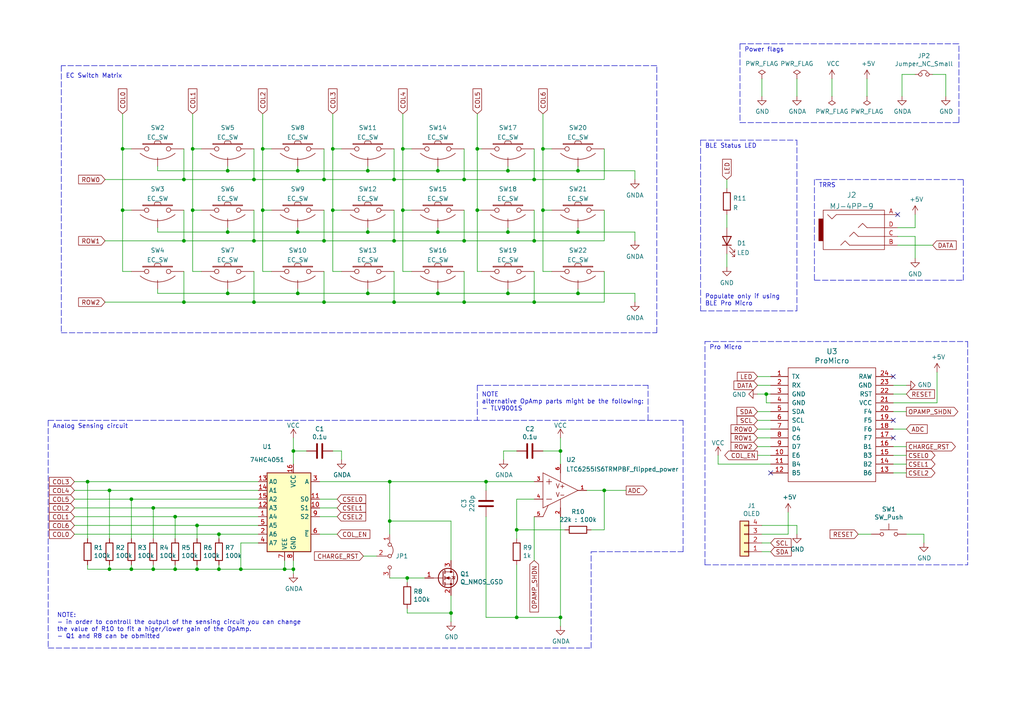
<source format=kicad_sch>
(kicad_sch (version 20211123) (generator eeschema)
  (paper "A4")
  (title_block (title "Corne EC Revival") (date "2022-01-28") (rev "1.0") (comment 1 "Copyright © 2021 Cipulot") (comment 2 "MIT License"))
  (lib_symbols
    (symbol "74xx:74HC4051"
      (property "Reference" "U" (at -5.08 11.43 0))
      (property "Value" "74HC4051" (at -7.62 -13.97 0))
      (symbol "74HC4051_1_1"
        (pin passive line (at 10.16 -2.54 180) (length 2.54) (name "A4") (number "1"))
        (pin input line (at -7.62 0 0) (length 2.54) (name "S1") (number "10"))
        (pin input line (at -7.62 2.54 0) (length 2.54) (name "S0") (number "11"))
        (pin passive line (at 10.16 0 180) (length 2.54) (name "A3") (number "12"))
        (pin passive line (at 10.16 7.62 180) (length 2.54) (name "A0") (number "13"))
        (pin passive line (at 10.16 5.08 180) (length 2.54) (name "A1") (number "14"))
        (pin passive line (at 10.16 2.54 180) (length 2.54) (name "A2") (number "15"))
        (pin power_in line (at 0 12.7 270) (length 2.54) (name "VCC") (number "16"))
        (pin passive line (at 10.16 -7.62 180) (length 2.54) (name "A6") (number "2"))
        (pin passive line (at -7.62 7.62 0) (length 2.54) (name "A") (number "3"))
        (pin passive line (at 10.16 -10.16 180) (length 2.54) (name "A7") (number "4"))
        (pin passive line (at 10.16 -5.08 180) (length 2.54) (name "A5") (number "5"))
        (pin input line (at -7.62 -7.62 0) (length 2.54) (name "~{E}") (number "6"))
        (pin power_in line (at 2.54 -15.24 90) (length 2.54) (name "VEE") (number "7"))
        (pin power_in line (at 0 -15.24 90) (length 2.54) (name "GND") (number "8"))
        (pin input line (at -7.62 -2.54 0) (length 2.54) (name "S2") (number "9"))
      )
    )
    (symbol "Connector_Generic:Conn_01x04" (pin_names (offset 1.016) hide)
      (property "Reference" "J" (at 0 5.08 0))
      (property "Value" "Conn_01x04" (at 0 -7.62 0))
      (symbol "Conn_01x04_1_1"
        (pin passive line (at -5.08 2.54 0) (length 3.81) (name "Pin_1") (number "1"))
        (pin passive line (at -5.08 0 0) (length 3.81) (name "Pin_2") (number "2"))
        (pin passive line (at -5.08 -2.54 0) (length 3.81) (name "Pin_3") (number "3"))
        (pin passive line (at -5.08 -5.08 0) (length 3.81) (name "Pin_4") (number "4"))
      )
    )
    (symbol "Device:C" (pin_numbers hide) (pin_names (offset 0.254))
      (property "Reference" "C" (at 0.635 2.54 0))
      (property "Value" "C" (at 0.635 -2.54 0))
      (symbol "C_1_1"
        (pin passive line (at 0 3.81 270) (length 2.794) (name "~") (number "1"))
        (pin passive line (at 0 -3.81 90) (length 2.794) (name "~") (number "2"))
      )
    )
    (symbol "Device:Jumper_NC_Small" (pin_numbers hide) (pin_names (offset 0.762) hide)
      (property "Reference" "JP" (at 0 2.032 0))
      (property "Value" "Device_Jumper_NC_Small" (at 0.254 -1.524 0))
      (symbol "Jumper_NC_Small_0_1"
        (pin passive line (at -2.54 0 0) (length 1.016) (name "1") (number "1"))
        (pin passive line (at 2.54 0 180) (length 1.016) (name "2") (number "2"))
      )
    )
    (symbol "Device:LED" (pin_numbers hide) (pin_names (offset 1.016) hide)
      (property "Reference" "D" (at 0 2.54 0))
      (property "Value" "LED" (at 0 -2.54 0))
      (symbol "LED_1_1"
        (pin passive line (at -3.81 0 0) (length 2.54) (name "K") (number "1"))
        (pin passive line (at 3.81 0 180) (length 2.54) (name "A") (number "2"))
      )
    )
    (symbol "Device:Q_NMOS_GSD" (pin_names (offset 0) hide)
      (property "Reference" "Q" (at 5.08 1.27 0))
      (property "Value" "Q_NMOS_GSD" (at 5.08 -1.27 0))
      (symbol "Q_NMOS_GSD_1_1"
        (pin input line (at -5.08 0 0) (length 2.54) (name "G") (number "1"))
        (pin passive line (at 2.54 -5.08 90) (length 2.54) (name "S") (number "2"))
        (pin passive line (at 2.54 5.08 270) (length 2.54) (name "D") (number "3"))
      )
    )
    (symbol "Device:R" (pin_numbers hide) (pin_names (offset 0))
      (property "Reference" "R" (at 2.032 0 90))
      (property "Value" "R" (at 0 0 90))
      (symbol "R_1_1"
        (pin passive line (at 0 3.81 270) (length 1.27) (name "~") (number "1"))
        (pin passive line (at 0 -3.81 90) (length 1.27) (name "~") (number "2"))
      )
    )
    (symbol "Jumper:Jumper_3_Bridged12" (pin_names (offset 0) hide)
      (property "Reference" "JP" (at -2.54 -2.54 0))
      (property "Value" "Jumper_3_Bridged12" (at 0 2.794 0))
      (symbol "Jumper_3_Bridged12_1_1"
        (pin passive line (at -6.35 0 0) (length 2.54) (name "A") (number "1"))
        (pin input line (at 0 -3.81 90) (length 2.54) (name "C") (number "2"))
        (pin passive line (at 6.35 0 180) (length 2.54) (name "B") (number "3"))
      )
    )
    (symbol "Switch:SW_Push" (pin_numbers hide) (pin_names (offset 1.016) hide)
      (property "Reference" "SW" (at 1.27 2.54 0))
      (property "Value" "SW_Push" (at 0 -1.524 0))
      (symbol "SW_Push_0_1"
        (pin passive line (at -5.08 0 0) (length 2.54) (name "1") (number "1"))
        (pin passive line (at 5.08 0 180) (length 2.54) (name "2") (number "2"))
      )
    )
    (symbol "cipulot_parts:EC_SW" (pin_numbers hide) (pin_names (offset 1.016) hide)
      (property "Reference" "SW" (at 3.81 2.794 0))
      (property "Value" "EC_SW" (at -3.81 3.81 0))
      (symbol "EC_SW_0_1"
        (pin passive inverted (at -7.62 0 0) (length 5.08) (name "1") (number "1"))
        (pin passive inverted (at 7.62 0 180) (length 5.08) (name "2") (number "2"))
      )
      (symbol "EC_SW_1_1"
        (pin input line (at 0 -5.08 90) (length 2.54) (name "SG") (number "3"))
      )
    )
    (symbol "cipulot_parts:LTC6255IS6TRMPBF_flipped_power" (pin_names (offset 1.016))
      (property "Reference" "U" (at 0 2.54 0))
      (property "Value" "LTC6255IS6TRMPBF_flipped_power" (at 0 5.08 0))
      (symbol "LTC6255IS6TRMPBF_flipped_power_0_0"
        (text "V+" (at 10.16 -8.89 0) (effects (font (size 1.27 1.27))))
        (text "V-" (at 10.16 -6.35 0) (effects (font (size 1.27 1.27))))
      )
      (symbol "LTC6255IS6TRMPBF_flipped_power_1_1"
        (pin unspecified line (at 17.78 -7.62 180) (length 2.54) (name "OUT") (number "1"))
        (pin power_in line (at 10.16 0 270) (length 2.54) (name "V-") (number "2"))
        (pin input line (at 2.54 -10.16 0) (length 2.54) (name "+IN") (number "3"))
        (pin input line (at 2.54 -5.08 0) (length 2.54) (name "-IN") (number "4"))
        (pin input line (at 2.54 0 0) (length 2.54) (name "~{SHDN}") (number "5"))
        (pin power_in line (at 10.16 -15.24 90) (length 2.54) (name "V+") (number "6"))
      )
    )
    (symbol "cipulot_parts:MJ-4PP-9" (pin_names (offset 1.016))
      (property "Reference" "J" (at -8.89 -7.62 0))
      (property "Value" "MJ-4PP-9" (at -3.81 6.35 0))
      (symbol "MJ-4PP-9_1_1"
        (pin passive line (at 11.43 3.81 180) (length 3.81) (name "~") (number "A"))
        (pin passive line (at 11.43 -5.08 180) (length 3.81) (name "~") (number "B"))
        (pin passive line (at 11.43 -2.54 180) (length 3.81) (name "~") (number "C"))
        (pin passive line (at 11.43 0 180) (length 3.81) (name "~") (number "D"))
      )
    )
    (symbol "power:+5V" (power) (pin_names (offset 0))
      (property "Value" "+5V" (at 0 3.556 0))
      (symbol "+5V_1_1"
        (pin power_in line (at 0 0 90) (length 0) hide (name "+5V") (number "1"))
      )
    )
    (symbol "power:GND" (power) (pin_names (offset 0))
      (property "Value" "GND" (at 0 -3.81 0))
      (symbol "GND_1_1"
        (pin power_in line (at 0 0 270) (length 0) hide (name "GND") (number "1"))
      )
    )
    (symbol "power:GNDA" (power) (pin_names (offset 0))
      (property "Value" "GNDA" (at 0 -3.81 0))
      (symbol "GNDA_1_1"
        (pin power_in line (at 0 0 270) (length 0) hide (name "GNDA") (number "1"))
      )
    )
    (symbol "power:PWR_FLAG" (power) (pin_numbers hide) (pin_names (offset 0) hide)
      (property "Value" "PWR_FLAG" (at 0 3.81 0))
      (symbol "PWR_FLAG_0_0"
        (pin power_out line (at 0 0 90) (length 0) (name "pwr") (number "1"))
      )
    )
    (symbol "power:VCC" (power) (pin_names (offset 0))
      (property "Value" "VCC" (at 0 3.81 0))
      (symbol "VCC_1_1"
        (pin power_in line (at 0 0 90) (length 0) hide (name "VCC") (number "1"))
      )
    )
    (symbol "promicro:ProMicro" (pin_names (offset 1.016))
      (property "Reference" "U" (at 0 24.13 0))
      (property "Value" "promicro_ProMicro" (at 0 -13.97 0))
      (symbol "ProMicro_1_1"
        (pin bidirectional line (at -17.78 19.05 0) (length 5.08) (name "TX") (number "1"))
        (pin bidirectional line (at -17.78 -3.81 0) (length 5.08) (name "E6") (number "10"))
        (pin bidirectional line (at -17.78 -6.35 0) (length 5.08) (name "B4") (number "11"))
        (pin bidirectional line (at -17.78 -8.89 0) (length 5.08) (name "B5") (number "12"))
        (pin bidirectional line (at 17.78 -8.89 180) (length 5.08) (name "B6") (number "13"))
        (pin bidirectional line (at 17.78 -6.35 180) (length 5.08) (name "B2") (number "14"))
        (pin bidirectional line (at 17.78 -3.81 180) (length 5.08) (name "B3") (number "15"))
        (pin bidirectional line (at 17.78 -1.27 180) (length 5.08) (name "B1") (number "16"))
        (pin bidirectional line (at 17.78 1.27 180) (length 5.08) (name "F7") (number "17"))
        (pin bidirectional line (at 17.78 3.81 180) (length 5.08) (name "F6") (number "18"))
        (pin bidirectional line (at 17.78 6.35 180) (length 5.08) (name "F5") (number "19"))
        (pin bidirectional line (at -17.78 16.51 0) (length 5.08) (name "RX") (number "2"))
        (pin bidirectional line (at 17.78 8.89 180) (length 5.08) (name "F4") (number "20"))
        (pin power_in line (at 17.78 11.43 180) (length 5.08) (name "VCC") (number "21"))
        (pin input line (at 17.78 13.97 180) (length 5.08) (name "RST") (number "22"))
        (pin power_in line (at 17.78 16.51 180) (length 5.08) (name "GND") (number "23"))
        (pin power_out line (at 17.78 19.05 180) (length 5.08) (name "RAW") (number "24"))
        (pin power_in line (at -17.78 13.97 0) (length 5.08) (name "GND") (number "3"))
        (pin power_in line (at -17.78 11.43 0) (length 5.08) (name "GND") (number "4"))
        (pin bidirectional line (at -17.78 8.89 0) (length 5.08) (name "SDA") (number "5"))
        (pin bidirectional line (at -17.78 6.35 0) (length 5.08) (name "SCL") (number "6"))
        (pin bidirectional line (at -17.78 3.81 0) (length 5.08) (name "D4") (number "7"))
        (pin bidirectional line (at -17.78 1.27 0) (length 5.08) (name "C6") (number "8"))
        (pin bidirectional line (at -17.78 -1.27 0) (length 5.08) (name "D7") (number "9"))
      )
    )
  )
  (junction (at 57.15 152.4))
  (junction (at 147.32 49.53))
  (junction (at 167.64 85.09))
  (junction (at 44.45 147.32))
  (junction (at 50.8 165.1))
  (junction (at 44.45 165.1))
  (junction (at 76.2 43.18))
  (junction (at 63.5 154.94))
  (junction (at 127 49.53))
  (junction (at 147.32 85.09))
  (junction (at 35.56 43.18))
  (junction (at 149.86 153.67))
  (junction (at 66.04 85.09))
  (junction (at 127 85.09))
  (junction (at 35.56 60.96))
  (junction (at 69.85 165.1))
  (junction (at 140.97 139.7))
  (junction (at 106.68 67.31))
  (junction (at 157.48 43.18))
  (junction (at 113.03 151.13))
  (junction (at 130.81 177.8))
  (junction (at 25.4 139.7))
  (junction (at 93.98 87.63))
  (junction (at 66.04 49.53))
  (junction (at 73.66 52.07))
  (junction (at 138.43 60.96))
  (junction (at 134.62 52.07))
  (junction (at 116.84 43.18))
  (junction (at 116.84 60.96))
  (junction (at 31.75 142.24))
  (junction (at 53.34 69.85))
  (junction (at 118.11 167.64))
  (junction (at 147.32 67.31))
  (junction (at 157.48 60.96))
  (junction (at 50.8 149.86))
  (junction (at 73.66 69.85))
  (junction (at 57.15 165.1))
  (junction (at 162.56 179.07))
  (junction (at 106.68 85.09))
  (junction (at 85.09 130.81))
  (junction (at 63.5 165.1))
  (junction (at 114.3 87.63))
  (junction (at 53.34 52.07))
  (junction (at 167.64 49.53))
  (junction (at 93.98 69.85))
  (junction (at 86.36 67.31))
  (junction (at 55.88 60.96))
  (junction (at 149.86 179.07))
  (junction (at 53.34 87.63))
  (junction (at 31.75 165.1))
  (junction (at 167.64 67.31))
  (junction (at 222.25 114.3))
  (junction (at 106.68 49.53))
  (junction (at 93.98 52.07))
  (junction (at 154.94 69.85))
  (junction (at 85.09 165.1))
  (junction (at 138.43 43.18))
  (junction (at 134.62 87.63))
  (junction (at 154.94 52.07))
  (junction (at 66.04 67.31))
  (junction (at 154.94 87.63))
  (junction (at 82.55 165.1))
  (junction (at 114.3 69.85))
  (junction (at 73.66 87.63))
  (junction (at 114.3 52.07))
  (junction (at 38.1 165.1))
  (junction (at 76.2 60.96))
  (junction (at 55.88 43.18))
  (junction (at 175.26 142.24))
  (junction (at 134.62 69.85))
  (junction (at 162.56 130.81))
  (junction (at 113.03 139.7))
  (junction (at 96.52 60.96))
  (junction (at 86.36 49.53))
  (junction (at 96.52 43.18))
  (junction (at 38.1 144.78))
  (junction (at 86.36 85.09))
  (junction (at 127 67.31))
  (no_connect (at 259.08 121.92))
  (no_connect (at 260.35 62.23))
  (no_connect (at 259.08 127))
  (no_connect (at 223.52 137.16))
  (no_connect (at 259.08 109.22))
  (wire (pts (xy 220.98 160.02) (xy 223.52 160.02)))
  (wire (pts (xy 210.82 62.23) (xy 210.82 66.04)))
  (wire (pts (xy 130.81 177.8) (xy 130.81 180.34)))
  (wire (pts (xy 222.25 116.84) (xy 222.25 114.3)))
  (wire (pts (xy 57.15 165.1) (xy 63.5 165.1)))
  (polyline (pts (xy 203.2 40.64) (xy 231.14 40.64)))
  (wire (pts (xy 93.98 87.63) (xy 73.66 87.63)))
  (wire (pts (xy 118.11 176.53) (xy 118.11 177.8)))
  (wire (pts (xy 147.32 49.53) (xy 167.64 49.53)))
  (wire (pts (xy 220.98 152.4) (xy 231.14 152.4)))
  (wire (pts (xy 134.62 78.74) (xy 134.62 87.63)))
  (wire (pts (xy 114.3 87.63) (xy 93.98 87.63)))
  (wire (pts (xy 262.89 114.3) (xy 259.08 114.3)))
  (wire (pts (xy 106.68 85.09) (xy 127 85.09)))
  (wire (pts (xy 55.88 60.96) (xy 58.42 60.96)))
  (wire (pts (xy 147.32 48.26) (xy 147.32 49.53)))
  (polyline (pts (xy 278.13 35.56) (xy 278.13 12.7)))
  (wire (pts (xy 88.9 130.81) (xy 85.09 130.81)))
  (wire (pts (xy 30.48 52.07) (xy 53.34 52.07)))
  (wire (pts (xy 96.52 43.18) (xy 96.52 33.02)))
  (wire (pts (xy 147.32 83.82) (xy 147.32 85.09)))
  (polyline (pts (xy 190.5 96.52) (xy 190.5 19.05)))
  (wire (pts (xy 175.26 60.96) (xy 175.26 69.85)))
  (wire (pts (xy 116.84 78.74) (xy 116.84 60.96)))
  (wire (pts (xy 53.34 60.96) (xy 53.34 69.85)))
  (wire (pts (xy 134.62 52.07) (xy 154.94 52.07)))
  (wire (pts (xy 113.03 139.7) (xy 140.97 139.7)))
  (polyline (pts (xy 13.97 121.92) (xy 13.97 187.96)))
  (wire (pts (xy 86.36 85.09) (xy 106.68 85.09)))
  (wire (pts (xy 274.32 21.59) (xy 274.32 27.94)))
  (wire (pts (xy 271.78 116.84) (xy 271.78 107.95)))
  (wire (pts (xy 208.28 134.62) (xy 223.52 134.62)))
  (wire (pts (xy 31.75 142.24) (xy 21.59 142.24)))
  (wire (pts (xy 167.64 67.31) (xy 184.15 67.31)))
  (wire (pts (xy 267.97 154.94) (xy 267.97 157.48)))
  (wire (pts (xy 86.36 48.26) (xy 86.36 49.53)))
  (polyline (pts (xy 204.47 163.83) (xy 280.67 163.83)))
  (wire (pts (xy 167.64 66.04) (xy 167.64 67.31)))
  (polyline (pts (xy 203.2 90.17) (xy 231.14 90.17)))
  (wire (pts (xy 82.55 162.56) (xy 82.55 165.1)))
  (wire (pts (xy 127 48.26) (xy 127 49.53)))
  (wire (pts (xy 50.8 163.83) (xy 50.8 165.1)))
  (wire (pts (xy 35.56 60.96) (xy 38.1 60.96)))
  (wire (pts (xy 106.68 83.82) (xy 106.68 85.09)))
  (wire (pts (xy 162.56 130.81) (xy 162.56 127)))
  (wire (pts (xy 259.08 116.84) (xy 271.78 116.84)))
  (wire (pts (xy 223.52 109.22) (xy 219.71 109.22)))
  (polyline (pts (xy 214.63 12.7) (xy 278.13 12.7)))
  (wire (pts (xy 130.81 151.13) (xy 130.81 162.56)))
  (wire (pts (xy 66.04 66.04) (xy 66.04 67.31)))
  (wire (pts (xy 76.2 43.18) (xy 78.74 43.18)))
  (wire (pts (xy 85.09 165.1) (xy 85.09 166.37)))
  (wire (pts (xy 92.71 147.32) (xy 97.79 147.32)))
  (wire (pts (xy 262.89 119.38) (xy 259.08 119.38)))
  (wire (pts (xy 265.43 21.59) (xy 261.62 21.59)))
  (wire (pts (xy 86.36 66.04) (xy 86.36 67.31)))
  (wire (pts (xy 175.26 43.18) (xy 175.26 52.07)))
  (wire (pts (xy 113.03 151.13) (xy 130.81 151.13)))
  (polyline (pts (xy 138.43 111.76) (xy 138.43 121.92)))
  (wire (pts (xy 96.52 130.81) (xy 99.06 130.81)))
  (wire (pts (xy 208.28 132.08) (xy 208.28 134.62)))
  (wire (pts (xy 154.94 60.96) (xy 154.94 69.85)))
  (wire (pts (xy 50.8 165.1) (xy 57.15 165.1)))
  (polyline (pts (xy 204.47 163.83) (xy 204.47 99.06)))
  (wire (pts (xy 73.66 52.07) (xy 93.98 52.07)))
  (wire (pts (xy 93.98 69.85) (xy 114.3 69.85)))
  (wire (pts (xy 260.35 71.12) (xy 270.51 71.12)))
  (wire (pts (xy 96.52 78.74) (xy 96.52 60.96)))
  (wire (pts (xy 114.3 69.85) (xy 134.62 69.85)))
  (wire (pts (xy 116.84 60.96) (xy 116.84 43.18)))
  (wire (pts (xy 92.71 139.7) (xy 113.03 139.7)))
  (polyline (pts (xy 279.4 81.28) (xy 279.4 52.07)))
  (polyline (pts (xy 171.45 187.96) (xy 171.45 160.02)))
  (wire (pts (xy 45.72 67.31) (xy 66.04 67.31)))
  (wire (pts (xy 139.7 78.74) (xy 138.43 78.74)))
  (wire (pts (xy 93.98 60.96) (xy 93.98 69.85)))
  (wire (pts (xy 127 49.53) (xy 147.32 49.53)))
  (wire (pts (xy 85.09 127) (xy 85.09 130.81)))
  (wire (pts (xy 73.66 60.96) (xy 73.66 69.85)))
  (wire (pts (xy 149.86 153.67) (xy 149.86 156.21)))
  (wire (pts (xy 45.72 49.53) (xy 66.04 49.53)))
  (wire (pts (xy 262.89 111.76) (xy 259.08 111.76)))
  (wire (pts (xy 163.83 153.67) (xy 149.86 153.67)))
  (wire (pts (xy 57.15 156.21) (xy 57.15 152.4)))
  (wire (pts (xy 262.89 124.46) (xy 259.08 124.46)))
  (wire (pts (xy 21.59 139.7) (xy 25.4 139.7)))
  (wire (pts (xy 260.35 68.58) (xy 265.43 68.58)))
  (polyline (pts (xy 280.67 99.06) (xy 280.67 163.83)))
  (wire (pts (xy 223.52 111.76) (xy 219.71 111.76)))
  (wire (pts (xy 116.84 60.96) (xy 119.38 60.96)))
  (wire (pts (xy 76.2 33.02) (xy 76.2 43.18)))
  (wire (pts (xy 106.68 67.31) (xy 127 67.31)))
  (polyline (pts (xy 279.4 52.07) (xy 236.22 52.07)))
  (wire (pts (xy 113.03 151.13) (xy 113.03 154.94)))
  (wire (pts (xy 76.2 60.96) (xy 76.2 78.74)))
  (wire (pts (xy 223.52 121.92) (xy 219.71 121.92)))
  (wire (pts (xy 223.52 127) (xy 219.71 127)))
  (wire (pts (xy 58.42 78.74) (xy 55.88 78.74)))
  (wire (pts (xy 149.86 130.81) (xy 146.05 130.81)))
  (wire (pts (xy 92.71 144.78) (xy 97.79 144.78)))
  (wire (pts (xy 127 66.04) (xy 127 67.31)))
  (wire (pts (xy 175.26 153.67) (xy 175.26 142.24)))
  (polyline (pts (xy 198.12 160.02) (xy 198.12 121.92)))
  (wire (pts (xy 113.03 167.64) (xy 118.11 167.64)))
  (wire (pts (xy 220.98 154.94) (xy 228.6 154.94)))
  (wire (pts (xy 73.66 69.85) (xy 93.98 69.85)))
  (wire (pts (xy 134.62 87.63) (xy 114.3 87.63)))
  (wire (pts (xy 175.26 78.74) (xy 175.26 87.63)))
  (wire (pts (xy 167.64 48.26) (xy 167.64 49.53)))
  (wire (pts (xy 134.62 43.18) (xy 134.62 52.07)))
  (wire (pts (xy 57.15 163.83) (xy 57.15 165.1)))
  (wire (pts (xy 157.48 43.18) (xy 160.02 43.18)))
  (wire (pts (xy 55.88 43.18) (xy 58.42 43.18)))
  (wire (pts (xy 105.41 161.29) (xy 109.22 161.29)))
  (wire (pts (xy 38.1 144.78) (xy 21.59 144.78)))
  (wire (pts (xy 74.93 157.48) (xy 69.85 157.48)))
  (wire (pts (xy 66.04 49.53) (xy 86.36 49.53)))
  (wire (pts (xy 86.36 67.31) (xy 106.68 67.31)))
  (wire (pts (xy 85.09 130.81) (xy 85.09 134.62)))
  (wire (pts (xy 31.75 163.83) (xy 31.75 165.1)))
  (wire (pts (xy 25.4 156.21) (xy 25.4 139.7)))
  (polyline (pts (xy 236.22 81.28) (xy 279.4 81.28)))
  (wire (pts (xy 223.52 132.08) (xy 219.71 132.08)))
  (wire (pts (xy 154.94 69.85) (xy 175.26 69.85)))
  (wire (pts (xy 92.71 149.86) (xy 97.79 149.86)))
  (wire (pts (xy 74.93 152.4) (xy 57.15 152.4)))
  (wire (pts (xy 147.32 85.09) (xy 167.64 85.09)))
  (wire (pts (xy 30.48 69.85) (xy 53.34 69.85)))
  (wire (pts (xy 45.72 83.82) (xy 45.72 85.09)))
  (wire (pts (xy 38.1 78.74) (xy 35.56 78.74)))
  (wire (pts (xy 35.56 60.96) (xy 35.56 78.74)))
  (wire (pts (xy 138.43 43.18) (xy 139.7 43.18)))
  (wire (pts (xy 74.93 147.32) (xy 44.45 147.32)))
  (wire (pts (xy 154.94 52.07) (xy 175.26 52.07)))
  (wire (pts (xy 140.97 149.86) (xy 140.97 179.07)))
  (wire (pts (xy 55.88 60.96) (xy 55.88 43.18)))
  (wire (pts (xy 270.51 21.59) (xy 274.32 21.59)))
  (wire (pts (xy 50.8 149.86) (xy 21.59 149.86)))
  (wire (pts (xy 167.64 83.82) (xy 167.64 85.09)))
  (wire (pts (xy 74.93 142.24) (xy 31.75 142.24)))
  (wire (pts (xy 76.2 43.18) (xy 76.2 60.96)))
  (wire (pts (xy 157.48 60.96) (xy 157.48 78.74)))
  (wire (pts (xy 114.3 52.07) (xy 134.62 52.07)))
  (wire (pts (xy 157.48 33.02) (xy 157.48 43.18)))
  (polyline (pts (xy 190.5 19.05) (xy 17.78 19.05)))
  (wire (pts (xy 21.59 154.94) (xy 63.5 154.94)))
  (polyline (pts (xy 171.45 160.02) (xy 198.12 160.02)))
  (wire (pts (xy 175.26 142.24) (xy 181.61 142.24)))
  (wire (pts (xy 130.81 172.72) (xy 130.81 177.8)))
  (polyline (pts (xy 13.97 187.96) (xy 171.45 187.96)))
  (wire (pts (xy 96.52 60.96) (xy 99.06 60.96)))
  (wire (pts (xy 35.56 43.18) (xy 35.56 60.96)))
  (wire (pts (xy 50.8 156.21) (xy 50.8 149.86)))
  (wire (pts (xy 127 67.31) (xy 147.32 67.31)))
  (wire (pts (xy 66.04 83.82) (xy 66.04 85.09)))
  (polyline (pts (xy 236.22 52.07) (xy 236.22 81.28)))
  (wire (pts (xy 119.38 78.74) (xy 116.84 78.74)))
  (wire (pts (xy 157.48 43.18) (xy 157.48 60.96)))
  (wire (pts (xy 38.1 163.83) (xy 38.1 165.1)))
  (wire (pts (xy 149.86 163.83) (xy 149.86 179.07)))
  (polyline (pts (xy 17.78 96.52) (xy 190.5 96.52)))
  (wire (pts (xy 63.5 156.21) (xy 63.5 154.94)))
  (wire (pts (xy 114.3 78.74) (xy 114.3 87.63)))
  (wire (pts (xy 157.48 130.81) (xy 162.56 130.81)))
  (wire (pts (xy 45.72 85.09) (xy 66.04 85.09)))
  (wire (pts (xy 262.89 132.08) (xy 259.08 132.08)))
  (wire (pts (xy 69.85 157.48) (xy 69.85 165.1)))
  (wire (pts (xy 149.86 179.07) (xy 162.56 179.07)))
  (wire (pts (xy 134.62 60.96) (xy 134.62 69.85)))
  (wire (pts (xy 127 83.82) (xy 127 85.09)))
  (wire (pts (xy 53.34 43.18) (xy 53.34 52.07)))
  (wire (pts (xy 35.56 33.02) (xy 35.56 43.18)))
  (wire (pts (xy 149.86 144.78) (xy 149.86 153.67)))
  (wire (pts (xy 127 85.09) (xy 147.32 85.09)))
  (wire (pts (xy 223.52 124.46) (xy 219.71 124.46)))
  (wire (pts (xy 118.11 177.8) (xy 130.81 177.8)))
  (polyline (pts (xy 231.14 90.17) (xy 231.14 40.64)))
  (wire (pts (xy 99.06 78.74) (xy 96.52 78.74)))
  (wire (pts (xy 44.45 147.32) (xy 21.59 147.32)))
  (wire (pts (xy 160.02 78.74) (xy 157.48 78.74)))
  (wire (pts (xy 184.15 49.53) (xy 184.15 52.07)))
  (wire (pts (xy 76.2 60.96) (xy 78.74 60.96)))
  (wire (pts (xy 154.94 149.86) (xy 154.94 162.56)))
  (wire (pts (xy 154.94 78.74) (xy 154.94 87.63)))
  (wire (pts (xy 146.05 130.81) (xy 146.05 133.35)))
  (wire (pts (xy 138.43 60.96) (xy 139.7 60.96)))
  (wire (pts (xy 66.04 67.31) (xy 86.36 67.31)))
  (wire (pts (xy 262.89 129.54) (xy 259.08 129.54)))
  (wire (pts (xy 114.3 43.18) (xy 114.3 52.07)))
  (wire (pts (xy 265.43 66.04) (xy 265.43 62.23)))
  (wire (pts (xy 162.56 149.86) (xy 162.56 179.07)))
  (wire (pts (xy 106.68 66.04) (xy 106.68 67.31)))
  (wire (pts (xy 167.64 49.53) (xy 184.15 49.53)))
  (wire (pts (xy 31.75 165.1) (xy 38.1 165.1)))
  (wire (pts (xy 210.82 52.07) (xy 210.82 54.61)))
  (wire (pts (xy 157.48 60.96) (xy 160.02 60.96)))
  (wire (pts (xy 93.98 52.07) (xy 114.3 52.07)))
  (wire (pts (xy 44.45 163.83) (xy 44.45 165.1)))
  (wire (pts (xy 223.52 114.3) (xy 222.25 114.3)))
  (wire (pts (xy 118.11 167.64) (xy 123.19 167.64)))
  (wire (pts (xy 248.92 154.94) (xy 252.73 154.94)))
  (wire (pts (xy 63.5 154.94) (xy 74.93 154.94)))
  (wire (pts (xy 140.97 139.7) (xy 154.94 139.7)))
  (wire (pts (xy 147.32 67.31) (xy 167.64 67.31)))
  (wire (pts (xy 44.45 147.32) (xy 44.45 156.21)))
  (wire (pts (xy 25.4 163.83) (xy 25.4 165.1)))
  (wire (pts (xy 73.66 43.18) (xy 73.66 52.07)))
  (wire (pts (xy 134.62 69.85) (xy 154.94 69.85)))
  (wire (pts (xy 55.88 78.74) (xy 55.88 60.96)))
  (wire (pts (xy 86.36 83.82) (xy 86.36 85.09)))
  (wire (pts (xy 38.1 156.21) (xy 38.1 144.78)))
  (wire (pts (xy 262.89 134.62) (xy 259.08 134.62)))
  (wire (pts (xy 53.34 78.74) (xy 53.34 87.63)))
  (wire (pts (xy 147.32 66.04) (xy 147.32 67.31)))
  (polyline (pts (xy 17.78 19.05) (xy 17.78 96.52)))
  (wire (pts (xy 260.35 66.04) (xy 265.43 66.04)))
  (wire (pts (xy 97.79 154.94) (xy 92.71 154.94)))
  (wire (pts (xy 154.94 43.18) (xy 154.94 52.07)))
  (wire (pts (xy 265.43 68.58) (xy 265.43 74.93)))
  (wire (pts (xy 31.75 156.21) (xy 31.75 142.24)))
  (wire (pts (xy 223.52 116.84) (xy 222.25 116.84)))
  (wire (pts (xy 222.25 114.3) (xy 219.71 114.3)))
  (wire (pts (xy 175.26 87.63) (xy 154.94 87.63)))
  (wire (pts (xy 86.36 49.53) (xy 106.68 49.53)))
  (polyline (pts (xy 187.96 121.92) (xy 187.96 111.76)))
  (wire (pts (xy 162.56 134.62) (xy 162.56 130.81)))
  (wire (pts (xy 113.03 139.7) (xy 113.03 151.13)))
  (wire (pts (xy 93.98 43.18) (xy 93.98 52.07)))
  (wire (pts (xy 53.34 52.07) (xy 73.66 52.07)))
  (wire (pts (xy 82.55 165.1) (xy 85.09 165.1)))
  (polyline (pts (xy 204.47 99.06) (xy 280.67 99.06)))
  (wire (pts (xy 38.1 165.1) (xy 44.45 165.1)))
  (wire (pts (xy 140.97 142.24) (xy 140.97 139.7)))
  (wire (pts (xy 25.4 165.1) (xy 31.75 165.1)))
  (wire (pts (xy 106.68 48.26) (xy 106.68 49.53)))
  (wire (pts (xy 66.04 85.09) (xy 86.36 85.09)))
  (wire (pts (xy 154.94 144.78) (xy 149.86 144.78)))
  (wire (pts (xy 63.5 163.83) (xy 63.5 165.1)))
  (wire (pts (xy 138.43 60.96) (xy 138.43 43.18)))
  (wire (pts (xy 66.04 48.26) (xy 66.04 49.53)))
  (wire (pts (xy 25.4 139.7) (xy 74.93 139.7)))
  (wire (pts (xy 57.15 152.4) (xy 21.59 152.4)))
  (wire (pts (xy 140.97 179.07) (xy 149.86 179.07)))
  (wire (pts (xy 96.52 43.18) (xy 99.06 43.18)))
  (wire (pts (xy 114.3 60.96) (xy 114.3 69.85)))
  (wire (pts (xy 45.72 48.26) (xy 45.72 49.53)))
  (wire (pts (xy 220.98 157.48) (xy 223.52 157.48)))
  (wire (pts (xy 220.98 22.86) (xy 220.98 27.94)))
  (wire (pts (xy 45.72 66.04) (xy 45.72 67.31)))
  (wire (pts (xy 99.06 130.81) (xy 99.06 133.35)))
  (wire (pts (xy 223.52 129.54) (xy 219.71 129.54)))
  (wire (pts (xy 63.5 165.1) (xy 69.85 165.1)))
  (wire (pts (xy 74.93 149.86) (xy 50.8 149.86)))
  (wire (pts (xy 231.14 22.86) (xy 231.14 27.94)))
  (polyline (pts (xy 13.97 121.92) (xy 198.12 121.92)))
  (wire (pts (xy 85.09 162.56) (xy 85.09 165.1)))
  (wire (pts (xy 116.84 43.18) (xy 119.38 43.18)))
  (wire (pts (xy 251.46 22.86) (xy 251.46 27.94)))
  (wire (pts (xy 55.88 43.18) (xy 55.88 33.02)))
  (wire (pts (xy 171.45 153.67) (xy 175.26 153.67)))
  (wire (pts (xy 231.14 152.4) (xy 231.14 154.94)))
  (wire (pts (xy 74.93 144.78) (xy 38.1 144.78)))
  (wire (pts (xy 73.66 87.63) (xy 53.34 87.63)))
  (wire (pts (xy 116.84 43.18) (xy 116.84 33.02)))
  (wire (pts (xy 162.56 179.07) (xy 162.56 181.61)))
  (wire (pts (xy 241.3 22.86) (xy 241.3 27.94)))
  (wire (pts (xy 170.18 142.24) (xy 175.26 142.24)))
  (wire (pts (xy 69.85 165.1) (xy 82.55 165.1)))
  (wire (pts (xy 223.52 119.38) (xy 219.71 119.38)))
  (polyline (pts (xy 214.63 35.56) (xy 278.13 35.56)))
  (wire (pts (xy 96.52 60.96) (xy 96.52 43.18)))
  (wire (pts (xy 228.6 154.94) (xy 228.6 148.59)))
  (wire (pts (xy 262.89 154.94) (xy 267.97 154.94)))
  (wire (pts (xy 138.43 43.18) (xy 138.43 33.02)))
  (wire (pts (xy 184.15 67.31) (xy 184.15 69.85)))
  (polyline (pts (xy 138.43 111.76) (xy 187.96 111.76)))
  (polyline (pts (xy 214.63 12.7) (xy 214.63 35.56)))
  (wire (pts (xy 93.98 78.74) (xy 93.98 87.63)))
  (wire (pts (xy 106.68 49.53) (xy 127 49.53)))
  (wire (pts (xy 118.11 168.91) (xy 118.11 167.64)))
  (polyline (pts (xy 203.2 40.64) (xy 203.2 90.17)))
  (wire (pts (xy 262.89 137.16) (xy 259.08 137.16)))
  (wire (pts (xy 167.64 85.09) (xy 184.15 85.09)))
  (wire (pts (xy 154.94 87.63) (xy 134.62 87.63)))
  (wire (pts (xy 210.82 73.66) (xy 210.82 77.47)))
  (wire (pts (xy 138.43 78.74) (xy 138.43 60.96)))
  (wire (pts (xy 35.56 43.18) (xy 38.1 43.18)))
  (wire (pts (xy 184.15 85.09) (xy 184.15 87.63)))
  (wire (pts (xy 53.34 69.85) (xy 73.66 69.85)))
  (wire (pts (xy 73.66 78.74) (xy 73.66 87.63)))
  (wire (pts (xy 78.74 78.74) (xy 76.2 78.74)))
  (wire (pts (xy 261.62 21.59) (xy 261.62 27.94)))
  (wire (pts (xy 53.34 87.63) (xy 30.48 87.63)))
  (wire (pts (xy 44.45 165.1) (xy 50.8 165.1)))
  (text "TRRS\n" (at 237.49 54.61 0) (effects (font (size 1.27 1.27)) (justify left bottom)))
  (text "NOTE\nalternative OpAmp parts might be the following:\n- TLV9001S" (at 139.7 119.38 0) (effects (font (size 1.27 1.27)) (justify left bottom)))
  (text "Populate only if using \nBLE Pro Micro " (at 204.47 88.9 0) (effects (font (size 1.27 1.27)) (justify left bottom)))
  (text "Pro Micro\n" (at 205.74 101.6 0) (effects (font (size 1.27 1.27)) (justify left bottom)))
  (text "NOTE:\n- in order to controll the output of the sensing circuit you can change\nthe value of R10 to fit a higer/lower gain of the OpAmp.\n- Q1 and R8 can be obmitted" (at 16.51 185.42 0) (effects (font (size 1.27 1.27)) (justify left bottom)))
  (text "EC Switch Matrix\n" (at 19.05 22.86 0) (effects (font (size 1.27 1.27)) (justify left bottom)))
  (text "Analog Sensing circuit\n" (at 15.24 124.46 0) (effects (font (size 1.27 1.27)) (justify left bottom)))
  (text "BLE Status LED\n" (at 204.47 43.18 0) (effects (font (size 1.27 1.27)) (justify left bottom)))
  (text "Power flags\n" (at 215.9 15.24 0) (effects (font (size 1.27 1.27)) (justify left bottom)))
  (global_label "SCL" (shape input) (at 219.71 121.92 180) (property "Intersheet References" "${INTERSHEET_REFS}" (effects hide)))
  (global_label "CHARGE_RST" (shape output) (at 262.89 129.54 0) (property "Intersheet References" "${INTERSHEET_REFS}" (effects hide)))
  (global_label "COL1" (shape input) (at 55.88 33.02 90) (property "Intersheet References" "${INTERSHEET_REFS}" (effects hide)))
  (global_label "COL2" (shape input) (at 21.59 147.32 180) (property "Intersheet References" "${INTERSHEET_REFS}" (effects hide)))
  (global_label "COL5" (shape input) (at 138.43 33.02 90) (property "Intersheet References" "${INTERSHEET_REFS}" (effects hide)))
  (global_label "CSEL2" (shape output) (at 262.89 137.16 0) (property "Intersheet References" "${INTERSHEET_REFS}" (effects hide)))
  (global_label "ROW1" (shape input) (at 30.48 69.85 180) (property "Intersheet References" "${INTERSHEET_REFS}" (effects hide)))
  (global_label "COL5" (shape input) (at 21.59 144.78 180) (property "Intersheet References" "${INTERSHEET_REFS}" (effects hide)))
  (global_label "COL4" (shape input) (at 116.84 33.02 90) (property "Intersheet References" "${INTERSHEET_REFS}" (effects hide)))
  (global_label "ROW0" (shape input) (at 219.71 124.46 180) (property "Intersheet References" "${INTERSHEET_REFS}" (effects hide)))
  (global_label "CHARGE_RST" (shape input) (at 105.41 161.29 180) (property "Intersheet References" "${INTERSHEET_REFS}" (effects hide)))
  (global_label "CSEL0" (shape input) (at 97.79 144.78 0) (property "Intersheet References" "${INTERSHEET_REFS}" (effects hide)))
  (global_label "ADC" (shape output) (at 181.61 142.24 0) (property "Intersheet References" "${INTERSHEET_REFS}" (effects hide)))
  (global_label "SCL" (shape input) (at 223.52 157.48 0) (property "Intersheet References" "${INTERSHEET_REFS}" (effects hide)))
  (global_label "LED" (shape input) (at 219.71 109.22 180) (property "Intersheet References" "${INTERSHEET_REFS}" (effects hide)))
  (global_label "DATA" (shape input) (at 219.71 111.76 180) (property "Intersheet References" "${INTERSHEET_REFS}" (effects hide)))
  (global_label "RESET" (shape input) (at 262.89 114.3 0) (property "Intersheet References" "${INTERSHEET_REFS}" (effects hide)))
  (global_label "ROW0" (shape input) (at 30.48 52.07 180) (property "Intersheet References" "${INTERSHEET_REFS}" (effects hide)))
  (global_label "COL0" (shape input) (at 21.59 154.94 180) (property "Intersheet References" "${INTERSHEET_REFS}" (effects hide)))
  (global_label "DATA" (shape input) (at 270.51 71.12 0) (property "Intersheet References" "${INTERSHEET_REFS}" (effects hide)))
  (global_label "RESET" (shape input) (at 248.92 154.94 180) (property "Intersheet References" "${INTERSHEET_REFS}" (effects hide)))
  (global_label "COL2" (shape input) (at 76.2 33.02 90) (property "Intersheet References" "${INTERSHEET_REFS}" (effects hide)))
  (global_label "LED" (shape input) (at 210.82 52.07 90) (property "Intersheet References" "${INTERSHEET_REFS}" (effects hide)))
  (global_label "CSEL2" (shape input) (at 97.79 149.86 0) (property "Intersheet References" "${INTERSHEET_REFS}" (effects hide)))
  (global_label "COL6" (shape input) (at 21.59 152.4 180) (property "Intersheet References" "${INTERSHEET_REFS}" (effects hide)))
  (global_label "COL1" (shape input) (at 21.59 149.86 180) (property "Intersheet References" "${INTERSHEET_REFS}" (effects hide)))
  (global_label "SDA" (shape input) (at 223.52 160.02 0) (property "Intersheet References" "${INTERSHEET_REFS}" (effects hide)))
  (global_label "OPAMP_SHDN" (shape output) (at 262.89 119.38 0) (property "Intersheet References" "${INTERSHEET_REFS}" (effects hide)))
  (global_label "CSEL0" (shape output) (at 262.89 132.08 0) (property "Intersheet References" "${INTERSHEET_REFS}" (effects hide)))
  (global_label "COL3" (shape input) (at 21.59 139.7 180) (property "Intersheet References" "${INTERSHEET_REFS}" (effects hide)))
  (global_label "COL3" (shape input) (at 96.52 33.02 90) (property "Intersheet References" "${INTERSHEET_REFS}" (effects hide)))
  (global_label "COL6" (shape input) (at 157.48 33.02 90) (property "Intersheet References" "${INTERSHEET_REFS}" (effects hide)))
  (global_label "OPAMP_SHDN" (shape input) (at 154.94 162.56 270) (property "Intersheet References" "${INTERSHEET_REFS}" (effects hide)))
  (global_label "COL4" (shape input) (at 21.59 142.24 180) (property "Intersheet References" "${INTERSHEET_REFS}" (effects hide)))
  (global_label "COL_EN" (shape output) (at 219.71 132.08 180) (property "Intersheet References" "${INTERSHEET_REFS}" (effects hide)))
  (global_label "ADC" (shape input) (at 262.89 124.46 0) (property "Intersheet References" "${INTERSHEET_REFS}" (effects hide)))
  (global_label "COL0" (shape input) (at 35.56 33.02 90) (property "Intersheet References" "${INTERSHEET_REFS}" (effects hide)))
  (global_label "COL_EN" (shape input) (at 97.79 154.94 0) (property "Intersheet References" "${INTERSHEET_REFS}" (effects hide)))
  (global_label "ROW1" (shape input) (at 219.71 127 180) (property "Intersheet References" "${INTERSHEET_REFS}" (effects hide)))
  (global_label "CSEL1" (shape output) (at 262.89 134.62 0) (property "Intersheet References" "${INTERSHEET_REFS}" (effects hide)))
  (global_label "ROW2" (shape input) (at 219.71 129.54 180) (property "Intersheet References" "${INTERSHEET_REFS}" (effects hide)))
  (global_label "SDA" (shape input) (at 219.71 119.38 180) (property "Intersheet References" "${INTERSHEET_REFS}" (effects hide)))
  (global_label "CSEL1" (shape input) (at 97.79 147.32 0) (property "Intersheet References" "${INTERSHEET_REFS}" (effects hide)))
  (global_label "ROW2" (shape input) (at 30.48 87.63 180) (property "Intersheet References" "${INTERSHEET_REFS}" (effects hide)))
  (symbol (lib_id "74xx:74HC4051") (at 85.09 147.32 0) (mirror y) (unit 1)
    (property "Reference" "U1" (at 77.47 129.54 0))
    (property "Value" "74HC4051" (at 77.47 133.35 0))
    (property "Footprint" "cipulot_parts:TSSOP16" (effects hide))
    (property "Datasheet" "http://www.ti.com/lit/ds/symlink/cd74hc4051.pdf" (effects hide))
  )
  (symbol (lib_id "Device:R") (at 63.5 160.02 0) (unit 1)
    (property "Reference" "R7" (at 65.278 158.8516 0) (effects (justify left)))
    (property "Value" "100k" (at 65.278 161.163 0) (effects (justify left)))
    (property "Footprint" "cipulot_parts:R_0603_1608Metric_Pad0.98x0.95mm_HandSolder" (effects hide))
  )
  (symbol (lib_id "Device:R") (at 57.15 160.02 0) (unit 1)
    (property "Reference" "R6" (at 58.928 158.8516 0) (effects (justify left)))
    (property "Value" "100k" (at 58.928 161.163 0) (effects (justify left)))
    (property "Footprint" "cipulot_parts:R_0603_1608Metric_Pad0.98x0.95mm_HandSolder" (effects hide))
  )
  (symbol (lib_id "Device:R") (at 50.8 160.02 0) (unit 1)
    (property "Reference" "R5" (at 52.578 158.8516 0) (effects (justify left)))
    (property "Value" "100k" (at 52.578 161.163 0) (effects (justify left)))
    (property "Footprint" "cipulot_parts:R_0603_1608Metric_Pad0.98x0.95mm_HandSolder" (effects hide))
  )
  (symbol (lib_id "Device:R") (at 44.45 160.02 0) (unit 1)
    (property "Reference" "R4" (at 46.228 158.8516 0) (effects (justify left)))
    (property "Value" "100k" (at 46.228 161.163 0) (effects (justify left)))
    (property "Footprint" "cipulot_parts:R_0603_1608Metric_Pad0.98x0.95mm_HandSolder" (effects hide))
  )
  (symbol (lib_id "Device:R") (at 38.1 160.02 0) (unit 1)
    (property "Reference" "R3" (at 39.878 158.8516 0) (effects (justify left)))
    (property "Value" "100k" (at 39.878 161.163 0) (effects (justify left)))
    (property "Footprint" "cipulot_parts:R_0603_1608Metric_Pad0.98x0.95mm_HandSolder" (effects hide))
  )
  (symbol (lib_id "Device:R") (at 31.75 160.02 0) (unit 1)
    (property "Reference" "R2" (at 33.528 158.8516 0) (effects (justify left)))
    (property "Value" "100k" (at 33.528 161.163 0) (effects (justify left)))
    (property "Footprint" "cipulot_parts:R_0603_1608Metric_Pad0.98x0.95mm_HandSolder" (effects hide))
  )
  (symbol (lib_id "Device:R") (at 25.4 160.02 0) (unit 1)
    (property "Reference" "R1" (at 27.178 158.8516 0) (effects (justify left)))
    (property "Value" "100k" (at 27.178 161.163 0) (effects (justify left)))
    (property "Footprint" "cipulot_parts:R_0603_1608Metric_Pad0.98x0.95mm_HandSolder" (effects hide))
  )
  (symbol (lib_id "power:GNDA") (at 85.09 166.37 0) (unit 1)
    (property "Reference" "#PWR02" (effects hide))
    (property "Value" "GNDA" (at 85.217 170.7642 0))
  )
  (symbol (lib_id "Device:C") (at 92.71 130.81 270) (unit 1)
    (property "Reference" "C1" (at 92.71 124.4092 90))
    (property "Value" "0.1u" (at 92.71 126.7206 90))
    (property "Footprint" "cipulot_parts:C_0603_1608Metric_Pad1.08x0.95mm_HandSolder" (effects hide))
  )
  (symbol (lib_id "power:GNDA") (at 99.06 133.35 0) (unit 1)
    (property "Reference" "#PWR03" (effects hide))
    (property "Value" "GNDA" (at 99.187 137.7442 0))
  )
  (symbol (lib_id "power:+5V") (at 251.46 22.86 0) (unit 1)
    (property "Reference" "#PWR018" (effects hide))
    (property "Value" "+5V" (at 251.841 18.4658 0))
  )
  (symbol (lib_id "power:VCC") (at 241.3 22.86 0) (unit 1)
    (property "Reference" "#PWR017" (effects hide))
    (property "Value" "VCC" (at 241.681 18.4658 0))
  )
  (symbol (lib_id "power:PWR_FLAG") (at 251.46 27.94 180) (unit 1)
    (property "Reference" "#FLG04" (effects hide))
    (property "Value" "PWR_FLAG" (at 251.46 32.3342 0))
  )
  (symbol (lib_id "power:PWR_FLAG") (at 241.3 27.94 180) (unit 1)
    (property "Reference" "#FLG03" (effects hide))
    (property "Value" "PWR_FLAG" (at 241.3 32.3342 0))
  )
  (symbol (lib_id "power:PWR_FLAG") (at 231.14 22.86 0) (unit 1)
    (property "Reference" "#FLG02" (effects hide))
    (property "Value" "PWR_FLAG" (at 231.14 18.4658 0))
  )
  (symbol (lib_id "power:PWR_FLAG") (at 220.98 22.86 0) (unit 1)
    (property "Reference" "#FLG01" (effects hide))
    (property "Value" "PWR_FLAG" (at 220.98 18.4658 0))
  )
  (symbol (lib_id "power:GND") (at 220.98 27.94 0) (unit 1)
    (property "Reference" "#PWR014" (effects hide))
    (property "Value" "GND" (at 221.107 32.3342 0))
  )
  (symbol (lib_id "power:GNDA") (at 231.14 27.94 0) (unit 1)
    (property "Reference" "#PWR016" (effects hide))
    (property "Value" "GNDA" (at 231.267 32.3342 0))
  )
  (symbol (lib_id "Device:Q_NMOS_GSD") (at 128.27 167.64 0) (unit 1)
    (property "Reference" "Q1" (at 133.4516 166.4716 0) (effects (justify left)))
    (property "Value" "Q_NMOS_GSD" (at 133.4516 168.783 0) (effects (justify left)))
    (property "Footprint" "Package_TO_SOT_SMD:SOT-23" (effects hide))
  )
  (symbol (lib_id "power:GND") (at 130.81 180.34 0) (unit 1)
    (property "Reference" "#PWR04" (effects hide))
    (property "Value" "GND" (at 130.937 184.7342 0))
  )
  (symbol (lib_id "Device:R") (at 118.11 172.72 0) (unit 1)
    (property "Reference" "R8" (at 119.888 171.5516 0) (effects (justify left)))
    (property "Value" "100k" (at 119.888 173.863 0) (effects (justify left)))
    (property "Footprint" "cipulot_parts:R_0603_1608Metric_Pad0.98x0.95mm_HandSolder" (effects hide))
  )
  (symbol (lib_id "Jumper:Jumper_3_Bridged12") (at 113.03 161.29 270) (unit 1)
    (property "Reference" "JP1" (at 114.7318 161.29 90) (effects (justify left)))
    (property "Value" "Jumper_3_Bridged12" (effects hide))
    (property "Footprint" "Jumper:SolderJumper-3_P1.3mm_Bridged12_Pad1.0x1.5mm" (effects hide))
  )
  (symbol (lib_id "promicro:ProMicro") (at 241.3 128.27 0) (unit 1)
    (property "Reference" "U3" (at 241.3 101.9302 0) (effects (font (size 1.524 1.524))))
    (property "Value" "ProMicro" (at 241.3 104.6226 0) (effects (font (size 1.524 1.524))))
    (property "Footprint" "cipulot_parts:Sparkfun_Pro_Micro" (effects hide))
  )
  (symbol (lib_id "Connector_Generic:Conn_01x04") (at 215.9 157.48 180) (unit 1)
    (property "Reference" "J1" (at 217.9828 146.685 0))
    (property "Value" "OLED" (at 217.9828 148.9964 0))
    (property "Footprint" "cipulot_parts:OLED_Small" (effects hide))
  )
  (symbol (lib_id "power:+5V") (at 228.6 148.59 0) (unit 1)
    (property "Reference" "#PWR013" (effects hide))
    (property "Value" "+5V" (at 228.981 144.1958 0))
  )
  (symbol (lib_id "power:GND") (at 231.14 154.94 0) (unit 1)
    (property "Reference" "#PWR015" (effects hide))
    (property "Value" "GND" (at 231.267 159.3342 0))
  )
  (symbol (lib_id "Switch:SW_Push") (at 257.81 154.94 0) (unit 1)
    (property "Reference" "SW1" (at 257.81 147.701 0))
    (property "Value" "SW_Push" (at 257.81 150.0124 0))
    (property "Footprint" "cipulot_parts:SW_3.5x6.0_TH" (effects hide))
  )
  (symbol (lib_id "power:GND") (at 267.97 157.48 0) (unit 1)
    (property "Reference" "#PWR020" (effects hide))
    (property "Value" "GND" (at 268.097 161.8742 0))
  )
  (symbol (lib_id "power:GND") (at 262.89 111.76 90) (unit 1)
    (property "Reference" "#PWR019" (effects hide))
    (property "Value" "GND" (at 266.1412 111.633 90) (effects (justify right)))
  )
  (symbol (lib_id "power:GND") (at 219.71 114.3 270) (unit 1)
    (property "Reference" "#PWR012" (effects hide))
    (property "Value" "GND" (at 216.4588 114.427 90) (effects (justify right)))
  )
  (symbol (lib_id "power:+5V") (at 271.78 107.95 0) (unit 1)
    (property "Reference" "#PWR022" (effects hide))
    (property "Value" "+5V" (at 272.161 103.5558 0))
  )
  (symbol (lib_id "power:GND") (at 274.32 27.94 0) (unit 1)
    (property "Reference" "#PWR023" (effects hide))
    (property "Value" "GND" (at 274.447 32.3342 0))
  )
  (symbol (lib_id "Device:Jumper_NC_Small") (at 267.97 21.59 0) (unit 1)
    (property "Reference" "JP2" (at 267.97 16.2052 0))
    (property "Value" "Jumper_NC_Small" (at 267.97 18.5166 0))
    (property "Footprint" "Jumper:SolderJumper-2_P1.3mm_Bridged_Pad1.0x1.5mm" (effects hide))
  )
  (symbol (lib_id "power:GNDA") (at 261.62 27.94 0) (unit 1)
    (property "Reference" "#PWR021" (effects hide))
    (property "Value" "GNDA" (at 261.747 32.3342 0))
  )
  (symbol (lib_id "Device:C") (at 140.97 146.05 0) (unit 1)
    (property "Reference" "C3" (at 134.5692 146.05 90))
    (property "Value" "220p" (at 136.8806 146.05 90))
    (property "Footprint" "cipulot_parts:C_0603_1608Metric_Pad1.08x0.95mm_HandSolder" (effects hide))
  )
  (symbol (lib_id "Device:R") (at 167.64 153.67 90) (unit 1)
    (property "Reference" "R10" (at 167.64 148.4122 90))
    (property "Value" "22k : 100k" (at 167.64 150.7236 90))
    (property "Footprint" "cipulot_parts:R_0603_1608Metric_Pad0.98x0.95mm_HandSolder" (effects hide))
  )
  (symbol (lib_id "Device:R") (at 149.86 160.02 180) (unit 1)
    (property "Reference" "R9" (at 151.638 158.8516 0) (effects (justify right)))
    (property "Value" "1k" (at 151.638 161.163 0) (effects (justify right)))
    (property "Footprint" "cipulot_parts:R_0603_1608Metric_Pad0.98x0.95mm_HandSolder" (effects hide))
  )
  (symbol (lib_id "power:GNDA") (at 162.56 181.61 0) (unit 1)
    (property "Reference" "#PWR010" (effects hide))
    (property "Value" "GNDA" (at 162.687 186.0042 0))
  )
  (symbol (lib_id "Device:C") (at 153.67 130.81 270) (unit 1)
    (property "Reference" "C2" (at 153.67 124.4092 90))
    (property "Value" "0.1u" (at 153.67 126.7206 90))
    (property "Footprint" "cipulot_parts:C_0603_1608Metric_Pad1.08x0.95mm_HandSolder" (effects hide))
  )
  (symbol (lib_id "power:GNDA") (at 146.05 133.35 0) (unit 1)
    (property "Reference" "#PWR05" (effects hide))
    (property "Value" "GNDA" (at 146.177 137.7442 0))
  )
  (symbol (lib_id "cipulot_parts:EC_SW") (at 147.32 43.18 0) (unit 1)
    (property "Reference" "SW17" (at 147.32 37.0545 0))
    (property "Value" "EC_SW" (at 147.32 39.8296 0))
    (property "Footprint" "cipulot_parts:ecs_pad" (effects hide))
  )
  (symbol (lib_id "power:VCC") (at 162.56 127 0) (unit 1)
    (property "Reference" "#PWR0104" (effects hide))
    (property "Value" "VCC" (at 162.56 123.3955 0))
  )
  (symbol (lib_id "cipulot_parts:EC_SW") (at 66.04 43.18 0) (unit 1)
    (property "Reference" "SW5" (at 66.04 37.0545 0))
    (property "Value" "EC_SW" (at 66.04 39.8296 0))
    (property "Footprint" "cipulot_parts:ecs_pad" (effects hide))
  )
  (symbol (lib_id "cipulot_parts:EC_SW") (at 86.36 60.96 0) (unit 1)
    (property "Reference" "SW9" (at 86.36 54.8345 0))
    (property "Value" "EC_SW" (at 86.36 57.6096 0))
    (property "Footprint" "cipulot_parts:ecs_pad" (effects hide))
  )
  (symbol (lib_id "cipulot_parts:EC_SW") (at 106.68 78.74 0) (unit 1)
    (property "Reference" "SW13" (at 106.68 72.6145 0))
    (property "Value" "EC_SW" (at 106.68 75.3896 0))
    (property "Footprint" "cipulot_parts:ecs_pad" (effects hide))
  )
  (symbol (lib_id "cipulot_parts:EC_SW") (at 86.36 78.74 0) (unit 1)
    (property "Reference" "SW10" (at 86.36 72.6145 0))
    (property "Value" "EC_SW" (at 86.36 75.3896 0))
    (property "Footprint" "cipulot_parts:ecs_pad" (effects hide))
  )
  (symbol (lib_id "cipulot_parts:EC_SW") (at 45.72 78.74 0) (unit 1)
    (property "Reference" "SW4" (at 45.72 72.6145 0))
    (property "Value" "EC_SW" (at 45.72 75.3896 0))
    (property "Footprint" "cipulot_parts:ecs_pad" (effects hide))
  )
  (symbol (lib_id "power:GNDA") (at 184.15 87.63 0) (unit 1)
    (property "Reference" "#PWR08" (effects hide))
    (property "Value" "GNDA" (at 184.15 92.1925 0))
  )
  (symbol (lib_id "power:GND") (at 265.43 74.93 0) (unit 1)
    (property "Reference" "#PWR0102" (effects hide))
    (property "Value" "GND" (at 265.43 79.4925 0))
  )
  (symbol (lib_id "cipulot_parts:EC_SW") (at 167.64 60.96 0) (unit 1)
    (property "Reference" "SW21" (at 167.64 54.8345 0))
    (property "Value" "EC_SW" (at 167.64 57.6096 0))
    (property "Footprint" "cipulot_parts:ecs_pad" (effects hide))
  )
  (symbol (lib_id "cipulot_parts:EC_SW") (at 147.32 78.74 0) (unit 1)
    (property "Reference" "SW19" (at 147.32 72.6145 0))
    (property "Value" "EC_SW" (at 147.32 75.3896 0))
    (property "Footprint" "cipulot_parts:ecs_pad" (effects hide))
  )
  (symbol (lib_id "power:GND") (at 210.82 77.47 0) (unit 1)
    (property "Reference" "#PWR0101" (effects hide))
    (property "Value" "GND" (at 210.82 82.0325 0))
  )
  (symbol (lib_id "power:GNDA") (at 184.15 69.85 0) (unit 1)
    (property "Reference" "#PWR07" (effects hide))
    (property "Value" "GNDA" (at 184.15 74.4125 0))
  )
  (symbol (lib_id "cipulot_parts:EC_SW") (at 45.72 43.18 0) (unit 1)
    (property "Reference" "SW2" (at 45.72 37.0545 0))
    (property "Value" "EC_SW" (at 45.72 39.8296 0))
    (property "Footprint" "cipulot_parts:ecs_pad" (effects hide))
  )
  (symbol (lib_id "cipulot_parts:EC_SW") (at 106.68 60.96 0) (unit 1)
    (property "Reference" "SW12" (at 106.68 54.8345 0))
    (property "Value" "EC_SW" (at 106.68 57.6096 0))
    (property "Footprint" "cipulot_parts:ecs_pad" (effects hide))
  )
  (symbol (lib_id "cipulot_parts:EC_SW") (at 66.04 60.96 0) (unit 1)
    (property "Reference" "SW6" (at 66.04 54.8345 0))
    (property "Value" "EC_SW" (at 66.04 57.6096 0))
    (property "Footprint" "cipulot_parts:ecs_pad" (effects hide))
  )
  (symbol (lib_id "cipulot_parts:EC_SW") (at 127 43.18 0) (unit 1)
    (property "Reference" "SW14" (at 127 37.0545 0))
    (property "Value" "EC_SW" (at 127 39.8296 0))
    (property "Footprint" "cipulot_parts:ecs_pad" (effects hide))
  )
  (symbol (lib_id "cipulot_parts:MJ-4PP-9") (at 248.92 66.04 0) (unit 1)
    (property "Reference" "J2" (at 247.015 56.5561 0) (effects (font (size 1.524 1.524))))
    (property "Value" "MJ-4PP-9" (at 247.015 59.8351 0) (effects (font (size 1.524 1.524))))
    (property "Footprint" "cipulot_parts:TRRS-PJ-320A-no-Fmask" (effects hide))
  )
  (symbol (lib_id "cipulot_parts:EC_SW") (at 45.72 60.96 0) (unit 1)
    (property "Reference" "SW3" (at 45.72 54.8345 0))
    (property "Value" "EC_SW" (at 45.72 57.6096 0))
    (property "Footprint" "cipulot_parts:ecs_pad" (effects hide))
  )
  (symbol (lib_id "power:GNDA") (at 184.15 52.07 0) (unit 1)
    (property "Reference" "#PWR06" (effects hide))
    (property "Value" "GNDA" (at 184.15 56.6325 0))
  )
  (symbol (lib_id "cipulot_parts:EC_SW") (at 106.68 43.18 0) (unit 1)
    (property "Reference" "SW11" (at 106.68 37.0545 0))
    (property "Value" "EC_SW" (at 106.68 39.8296 0))
    (property "Footprint" "cipulot_parts:ecs_pad" (effects hide))
  )
  (symbol (lib_id "Device:R") (at 210.82 58.42 0) (unit 1)
    (property "Reference" "R11" (at 212.598 57.5115 0) (effects (justify left)))
    (property "Value" "R" (at 212.598 60.2866 0) (effects (justify left)))
    (property "Footprint" "cipulot_parts:R_0603" (effects hide))
  )
  (symbol (lib_id "cipulot_parts:EC_SW") (at 147.32 60.96 0) (unit 1)
    (property "Reference" "SW18" (at 147.32 54.8345 0))
    (property "Value" "EC_SW" (at 147.32 57.6096 0))
    (property "Footprint" "cipulot_parts:ecs_pad" (effects hide))
  )
  (symbol (lib_id "cipulot_parts:EC_SW") (at 127 60.96 0) (unit 1)
    (property "Reference" "SW15" (at 127 54.8345 0))
    (property "Value" "EC_SW" (at 127 57.6096 0))
    (property "Footprint" "cipulot_parts:ecs_pad" (effects hide))
  )
  (symbol (lib_id "cipulot_parts:EC_SW") (at 66.04 78.74 0) (unit 1)
    (property "Reference" "SW7" (at 66.04 72.6145 0))
    (property "Value" "EC_SW" (at 66.04 75.3896 0))
    (property "Footprint" "cipulot_parts:ecs_pad" (effects hide))
  )
  (symbol (lib_id "power:VCC") (at 85.09 127 0) (unit 1)
    (property "Reference" "#PWR0106" (effects hide))
    (property "Value" "VCC" (at 85.09 123.3955 0))
  )
  (symbol (lib_id "power:+5V") (at 265.43 62.23 0) (unit 1)
    (property "Reference" "#PWR0105" (effects hide))
    (property "Value" "+5V" (at 265.811 57.8358 0))
  )
  (symbol (lib_id "cipulot_parts:EC_SW") (at 86.36 43.18 0) (unit 1)
    (property "Reference" "SW8" (at 86.36 37.0545 0))
    (property "Value" "EC_SW" (at 86.36 39.8296 0))
    (property "Footprint" "cipulot_parts:ecs_pad" (effects hide))
  )
  (symbol (lib_id "Device:LED") (at 210.82 69.85 90) (unit 1)
    (property "Reference" "D1" (at 213.741 70.529 90) (effects (justify right)))
    (property "Value" "LED" (at 213.741 73.3041 90) (effects (justify right)))
    (property "Footprint" "Diode_SMD:D_0603_1608Metric" (effects hide))
  )
  (symbol (lib_id "cipulot_parts:EC_SW") (at 167.64 43.18 0) (unit 1)
    (property "Reference" "SW20" (at 167.64 37.0545 0))
    (property "Value" "EC_SW" (at 167.64 39.8296 0))
    (property "Footprint" "cipulot_parts:ecs_pad" (effects hide))
  )
  (symbol (lib_id "cipulot_parts:LTC6255IS6TRMPBF_flipped_power") (at 152.4 149.86 0) (mirror x) (unit 1)
    (property "Reference" "U2" (at 164.2111 133.3205 0) (effects (justify left)))
    (property "Value" "LTC6255IS6TRMPBF_flipped_power" (at 164.2111 136.0956 0) (effects (justify left)))
    (property "Footprint" "Package_TO_SOT_SMD:TSOT-23-6_HandSoldering" (effects hide))
    (property "Datasheet" "http://cds.linear.com/docs/en/datasheet/625567fb.pdf" (effects hide))
    (property "Channels " "1" (effects hide))
    (property "Code  JEDEC" "MO-193" (effects hide))
    (property "Component Link 1 Description" "Manufacturer URL" (effects hide))
    (property "Component Link 1 URL" "http://www.linear.com/" (effects hide))
    (property "Component Link 3 Description" "Package Specification" (effects hide))
    (property "Component Link 3 URL" "http://cds.linear.com/docs/en/packaging/SOT_6_05-08-1636.pdf" (effects hide))
    (property "Datasheet Version" "Rev. B" (effects hide))
    (property "GBW MHz Typical" "6.5" (effects hide))
    (property "Is mA Typical" "0.06" (effects hide))
    (property "Linear Technology Part Number" "LTC6255" (effects hide))
    (property "Mounting Technology" "Surface Mount" (effects hide))
    (property "Package Description" "6-Pin Plastic TSOT-23, Body 2.9 x 1.63 mm, Pitch 0.95 mm" (effects hide))
    (property "Packing" "Mini Reel" (effects hide))
    (property "SR Vus Typical" "1.8" (effects hide))
    (property "Type" "VFB" (effects hide))
    (property "Vos mV Typical" "0.1" (effects hide))
    (property "Vs Max V" "5.25" (effects hide))
    (property "Vs Min V" "1.8" (effects hide))
    (property "category" "IC" (effects hide))
    (property "ciiva ids" "1326124" (effects hide))
    (property "library id" "be05c682f6d5f521" (effects hide))
    (property "manufacturer" "Linear Technology" (effects hide))
    (property "package" "LT-S6-6-TSOT-23" (effects hide))
    (property "release date" "1378745486" (effects hide))
    (property "rohs" "No" (effects hide))
    (property "vault revision" "95FC8294-06A4-491B-A5F7-A8958D6A275F" (effects hide))
    (property "imported" "yes" (effects hide))
  )
  (symbol (lib_id "cipulot_parts:EC_SW") (at 127 78.74 0) (unit 1)
    (property "Reference" "SW16" (at 127 72.6145 0))
    (property "Value" "EC_SW" (at 127 75.3896 0))
    (property "Footprint" "cipulot_parts:ecs_pad" (effects hide))
  )
  (symbol (lib_id "cipulot_parts:EC_SW") (at 167.64 78.74 0) (unit 1)
    (property "Reference" "SW22" (at 167.64 72.6145 0))
    (property "Value" "EC_SW" (at 167.64 75.3896 0))
    (property "Footprint" "cipulot_parts:ecs_pad" (effects hide))
  )
  (symbol (lib_id "power:VCC") (at 208.28 132.08 0) (unit 1)
    (property "Reference" "#PWR0103" (effects hide))
    (property "Value" "VCC" (at 208.28 128.4755 0))
  )
)
</source>
